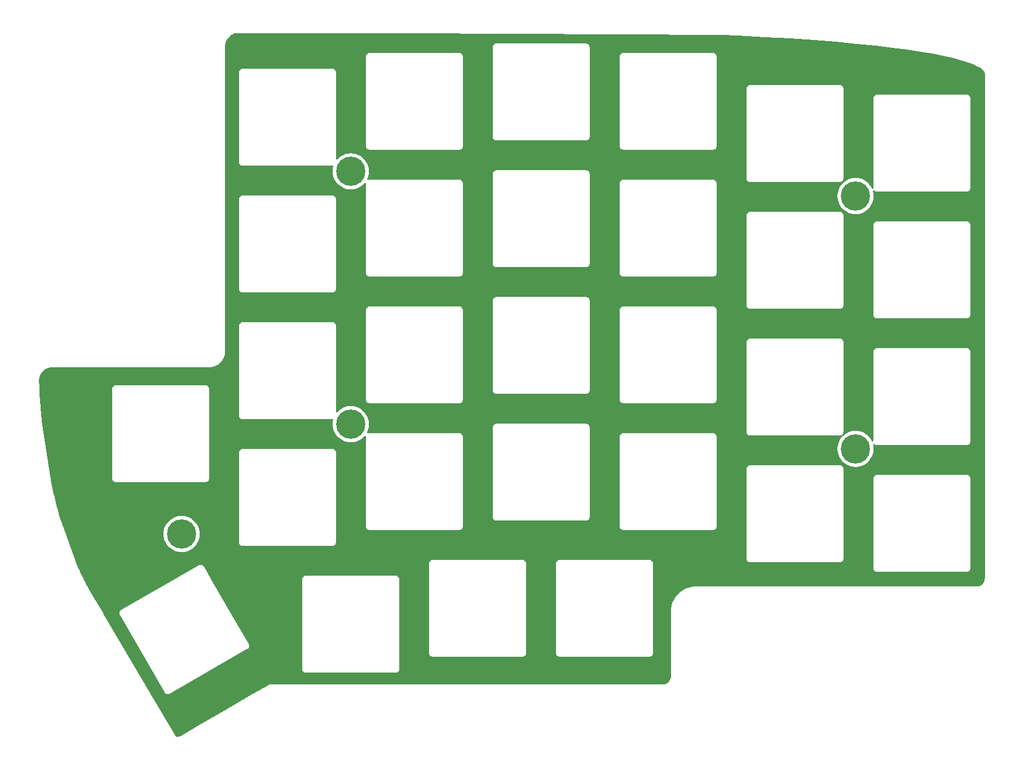
<source format=gbl>
G04 #@! TF.GenerationSoftware,KiCad,Pcbnew,9.0.1*
G04 #@! TF.CreationDate,2025-05-10T22:11:09+12:00*
G04 #@! TF.ProjectId,Plate,506c6174-652e-46b6-9963-61645f706362,v1.0.0*
G04 #@! TF.SameCoordinates,Original*
G04 #@! TF.FileFunction,Copper,L2,Bot*
G04 #@! TF.FilePolarity,Positive*
%FSLAX46Y46*%
G04 Gerber Fmt 4.6, Leading zero omitted, Abs format (unit mm)*
G04 Created by KiCad (PCBNEW 9.0.1) date 2025-05-10 22:11:09*
%MOMM*%
%LPD*%
G01*
G04 APERTURE LIST*
G04 #@! TA.AperFunction,ComponentPad*
%ADD10C,4.400000*%
G04 #@! TD*
G04 APERTURE END LIST*
D10*
X203400000Y-109200000D03*
X127600000Y-105500000D03*
X203400000Y-71200000D03*
X127600000Y-67500000D03*
X102200000Y-122000000D03*
G04 #@! TA.AperFunction,NonConductor*
G36*
X136034422Y-46693271D02*
G01*
X136254332Y-46694803D01*
X183284147Y-47022537D01*
X183287816Y-47022617D01*
X185695723Y-47111792D01*
X185696601Y-47111829D01*
X189735939Y-47300195D01*
X189736947Y-47300247D01*
X193563530Y-47517147D01*
X193564760Y-47517223D01*
X197157317Y-47758993D01*
X197158402Y-47759072D01*
X200499627Y-48021739D01*
X200500962Y-48021851D01*
X203578941Y-48301313D01*
X203580392Y-48301454D01*
X206388447Y-48593584D01*
X206390099Y-48593767D01*
X208926737Y-48894538D01*
X208928485Y-48894760D01*
X211196653Y-49200276D01*
X211198824Y-49200588D01*
X213206394Y-49507306D01*
X213208757Y-49507692D01*
X214966765Y-49812325D01*
X214969497Y-49812831D01*
X216492107Y-50112467D01*
X216495216Y-50113122D01*
X217798480Y-50405157D01*
X217802120Y-50406030D01*
X218718042Y-50640664D01*
X218903643Y-50688210D01*
X218907966Y-50689400D01*
X219826029Y-50959729D01*
X219831092Y-50961337D01*
X220584259Y-51218078D01*
X220590223Y-51220280D01*
X220605912Y-51226528D01*
X221196840Y-51461864D01*
X221203856Y-51464910D01*
X221681545Y-51689800D01*
X221689843Y-51694090D01*
X222042932Y-51893649D01*
X222055365Y-51900676D01*
X222065122Y-51906795D01*
X222307192Y-52074500D01*
X222334345Y-52093311D01*
X222345550Y-52102049D01*
X222533548Y-52266506D01*
X222545884Y-52278911D01*
X222667412Y-52419407D01*
X222679922Y-52436616D01*
X222749977Y-52552418D01*
X222760791Y-52575155D01*
X222794412Y-52669045D01*
X222800911Y-52696685D01*
X222813183Y-52800167D01*
X222814060Y-52815005D01*
X222814060Y-128630637D01*
X222813656Y-128640724D01*
X222797814Y-128837978D01*
X222794548Y-128858081D01*
X222751306Y-129033298D01*
X222744812Y-129052686D01*
X222673740Y-129218741D01*
X222664197Y-129236822D01*
X222566482Y-129390334D01*
X222554140Y-129406635D01*
X222426841Y-129549083D01*
X222415920Y-129559896D01*
X222352451Y-129615501D01*
X222344445Y-129621958D01*
X222270363Y-129676862D01*
X222261835Y-129682657D01*
X222183848Y-129731111D01*
X222174833Y-129736211D01*
X222092721Y-129778306D01*
X222083300Y-129782655D01*
X221998761Y-129817538D01*
X221988981Y-129821108D01*
X221900924Y-129849188D01*
X221890881Y-129851939D01*
X221801636Y-129872461D01*
X221791411Y-129874372D01*
X221701039Y-129887425D01*
X221689436Y-129888556D01*
X221570518Y-129894612D01*
X221561378Y-129895078D01*
X221554972Y-129895241D01*
X179468920Y-129895241D01*
X179464407Y-129893565D01*
X179419265Y-129895241D01*
X179374077Y-129895241D01*
X179373554Y-129895345D01*
X179353666Y-129897675D01*
X179212206Y-129902927D01*
X179191590Y-129903692D01*
X179183639Y-129901308D01*
X179142101Y-129905529D01*
X179138037Y-129905680D01*
X179138035Y-129905681D01*
X179100307Y-129907082D01*
X179088629Y-129909859D01*
X179072225Y-129912630D01*
X179006716Y-129919288D01*
X178988778Y-129919827D01*
X178981479Y-129919525D01*
X178942238Y-129925657D01*
X178942239Y-129925658D01*
X178938883Y-129926182D01*
X178896030Y-129930538D01*
X178889901Y-129933837D01*
X178871571Y-129936702D01*
X178807571Y-129946704D01*
X178789705Y-129948205D01*
X178782361Y-129948297D01*
X178743535Y-129956527D01*
X178736870Y-129957753D01*
X178697657Y-129963882D01*
X178690757Y-129966412D01*
X178673524Y-129971369D01*
X178609396Y-129984963D01*
X178591649Y-129987423D01*
X178584286Y-129987913D01*
X178545999Y-129998216D01*
X178539391Y-129999805D01*
X178500557Y-130008037D01*
X178493762Y-130010952D01*
X178476840Y-130016824D01*
X178414918Y-130033486D01*
X178397325Y-130036900D01*
X178389990Y-130037788D01*
X178389986Y-130037789D01*
X178352267Y-130050155D01*
X178345775Y-130052091D01*
X178307474Y-130062397D01*
X178300846Y-130065674D01*
X178284264Y-130072450D01*
X178222407Y-130092731D01*
X178205018Y-130097090D01*
X178197755Y-130098369D01*
X178160773Y-130112745D01*
X178154383Y-130115033D01*
X178116684Y-130127394D01*
X178110257Y-130131016D01*
X178094057Y-130138681D01*
X178034339Y-130161895D01*
X178017216Y-130167184D01*
X178010052Y-130168849D01*
X177973889Y-130185200D01*
X177967636Y-130187827D01*
X177930648Y-130202206D01*
X177924438Y-130206162D01*
X177908671Y-130214690D01*
X177849451Y-130241467D01*
X177832626Y-130247674D01*
X177825584Y-130249715D01*
X177790341Y-130267995D01*
X177784244Y-130270952D01*
X177748073Y-130287307D01*
X177742105Y-130291577D01*
X177726819Y-130300942D01*
X177669760Y-130330538D01*
X177653277Y-130337647D01*
X177646403Y-130340046D01*
X177612181Y-130360198D01*
X177606266Y-130363471D01*
X177571003Y-130381762D01*
X177565309Y-130386318D01*
X177550535Y-130396500D01*
X177494515Y-130429489D01*
X177478432Y-130437475D01*
X177471717Y-130440231D01*
X177438601Y-130462205D01*
X177432876Y-130465787D01*
X177398654Y-130485940D01*
X177393241Y-130490770D01*
X177379023Y-130501740D01*
X177325223Y-130537439D01*
X177309570Y-130546286D01*
X177303069Y-130549370D01*
X177271175Y-130573085D01*
X177265661Y-130576960D01*
X177232533Y-130598942D01*
X177227425Y-130604018D01*
X177213801Y-130615746D01*
X177161671Y-130654507D01*
X177146506Y-130664183D01*
X177140210Y-130667593D01*
X177109602Y-130692999D01*
X177104314Y-130697155D01*
X177072411Y-130720877D01*
X177067599Y-130726199D01*
X177054622Y-130738637D01*
X177003227Y-130781299D01*
X176988209Y-130790232D01*
X176988746Y-130791058D01*
X176978340Y-130797823D01*
X176953453Y-130822090D01*
X176953454Y-130822091D01*
X176949841Y-130825614D01*
X176919224Y-130851030D01*
X176914400Y-130860175D01*
X176900183Y-130874040D01*
X176713140Y-131056439D01*
X176697131Y-131068107D01*
X176687999Y-131075537D01*
X176669026Y-131098459D01*
X176664741Y-131103635D01*
X176638637Y-131129093D01*
X176633221Y-131141716D01*
X176621648Y-131155699D01*
X176621646Y-131155703D01*
X176452341Y-131360249D01*
X176437704Y-131373516D01*
X176429381Y-131381908D01*
X176412944Y-131406728D01*
X176404962Y-131417490D01*
X176385982Y-131440422D01*
X176380367Y-131450822D01*
X176371918Y-131468682D01*
X176225972Y-131689076D01*
X176225971Y-131689078D01*
X176215948Y-131704212D01*
X176205439Y-131713060D01*
X176188659Y-131745418D01*
X176184946Y-131751026D01*
X176184944Y-131751031D01*
X176168515Y-131775842D01*
X176164048Y-131786752D01*
X176157535Y-131805443D01*
X176036425Y-132039013D01*
X176028073Y-132055119D01*
X176018556Y-132065047D01*
X176005315Y-132099009D01*
X176002217Y-132104986D01*
X175988533Y-132131377D01*
X175985267Y-132142650D01*
X175980766Y-132161985D01*
X175885543Y-132406258D01*
X175878953Y-132423161D01*
X175870546Y-132434047D01*
X175860997Y-132469226D01*
X175858554Y-132475494D01*
X175847757Y-132503191D01*
X175845711Y-132514737D01*
X175843294Y-132534451D01*
X175774676Y-132787268D01*
X175769922Y-132804786D01*
X175762730Y-132816485D01*
X175756970Y-132852502D01*
X175755211Y-132858987D01*
X175755210Y-132858988D01*
X175747416Y-132887705D01*
X175746602Y-132899528D01*
X175746298Y-132919256D01*
X175704796Y-133178834D01*
X175701926Y-133196789D01*
X175696041Y-133209123D01*
X175694120Y-133245611D01*
X175693065Y-133252213D01*
X175693065Y-133252216D01*
X175688350Y-133281702D01*
X175688812Y-133293903D01*
X175690565Y-133313156D01*
X175679302Y-133527140D01*
X175676014Y-133589619D01*
X175673408Y-133595913D01*
X175673408Y-133639144D01*
X175673234Y-133642451D01*
X175673234Y-133642453D01*
X175671135Y-133682336D01*
X175672108Y-133689058D01*
X175673408Y-133707109D01*
X175673408Y-143352560D01*
X175673004Y-143362647D01*
X175657162Y-143559901D01*
X175653896Y-143580004D01*
X175610654Y-143755221D01*
X175604160Y-143774609D01*
X175533088Y-143940664D01*
X175523545Y-143958745D01*
X175425830Y-144112257D01*
X175413488Y-144128558D01*
X175286189Y-144271006D01*
X175275268Y-144281819D01*
X175211799Y-144337424D01*
X175203793Y-144343881D01*
X175129711Y-144398785D01*
X175121183Y-144404580D01*
X175043196Y-144453034D01*
X175034182Y-144458133D01*
X174952066Y-144500231D01*
X174942662Y-144504572D01*
X174858110Y-144539460D01*
X174848337Y-144543028D01*
X174760270Y-144571112D01*
X174750226Y-144573863D01*
X174660985Y-144594384D01*
X174650760Y-144596295D01*
X174560388Y-144609348D01*
X174548785Y-144610479D01*
X174429722Y-144616542D01*
X174420726Y-144617001D01*
X174414320Y-144617164D01*
X115503500Y-144617164D01*
X115483273Y-144611770D01*
X115442678Y-144617164D01*
X115417906Y-144617164D01*
X115417904Y-144617164D01*
X115410479Y-144618641D01*
X115389841Y-144624184D01*
X115384488Y-144624895D01*
X115384485Y-144624896D01*
X115354598Y-144642198D01*
X115347385Y-144646373D01*
X115325837Y-144655300D01*
X115317407Y-144663728D01*
X115303122Y-144671999D01*
X115303117Y-144672004D01*
X112869677Y-146080838D01*
X108111657Y-148835481D01*
X108111656Y-148835481D01*
X104566786Y-150887774D01*
X101988698Y-152380351D01*
X101975792Y-152386409D01*
X101934476Y-152411699D01*
X101931830Y-152413275D01*
X101889885Y-152437560D01*
X101878407Y-152446020D01*
X101834413Y-152472951D01*
X101816171Y-152482173D01*
X101785192Y-152494795D01*
X101770991Y-152499618D01*
X101765882Y-152501020D01*
X101731061Y-152510573D01*
X101716620Y-152513639D01*
X101674646Y-152520004D01*
X101660042Y-152521355D01*
X101628553Y-152522427D01*
X101606761Y-152521278D01*
X101515316Y-152508449D01*
X101486938Y-152501020D01*
X101417659Y-152473932D01*
X101391197Y-152459744D01*
X101335932Y-152420988D01*
X101313161Y-152400465D01*
X101262723Y-152342411D01*
X101249209Y-152323613D01*
X97580424Y-146080839D01*
X93909630Y-139834646D01*
X93909630Y-139834645D01*
X90545336Y-134109992D01*
X90441879Y-133933950D01*
X90402981Y-133867762D01*
X92859897Y-133867762D01*
X92869160Y-133991450D01*
X92869161Y-133991458D01*
X92905714Y-134109992D01*
X92905715Y-134109995D01*
X92905954Y-134110408D01*
X92911817Y-134120564D01*
X92911819Y-134120577D01*
X92936721Y-134163708D01*
X92936726Y-134163716D01*
X92936726Y-134163718D01*
X92936728Y-134163720D01*
X92964663Y-134212117D01*
X92964700Y-134212169D01*
X99636464Y-145768006D01*
X99636467Y-145768012D01*
X99639649Y-145773524D01*
X99639650Y-145773525D01*
X99654635Y-145799478D01*
X99654636Y-145799482D01*
X99654637Y-145799482D01*
X99661735Y-145811776D01*
X99661736Y-145811777D01*
X99692643Y-145865311D01*
X99692768Y-145865480D01*
X99777139Y-145956408D01*
X99777140Y-145956409D01*
X99879630Y-146026287D01*
X99879631Y-146026287D01*
X99879632Y-146026288D01*
X99879635Y-146026289D01*
X99995099Y-146071608D01*
X100117757Y-146090102D01*
X100117760Y-146090101D01*
X100117762Y-146090102D01*
X100173983Y-146085891D01*
X100241456Y-146080839D01*
X100359993Y-146044285D01*
X100370564Y-146038182D01*
X100370577Y-146038181D01*
X100415839Y-146012047D01*
X100415842Y-146012047D01*
X100415842Y-146012046D01*
X100451963Y-145991198D01*
X100451963Y-145991196D01*
X100463379Y-145984608D01*
X100463431Y-145984570D01*
X112023522Y-139310350D01*
X112023525Y-139310350D01*
X112050567Y-139294735D01*
X112104923Y-139263354D01*
X112104923Y-139263353D01*
X112115307Y-139257359D01*
X112115473Y-139257236D01*
X112115473Y-139257235D01*
X112115478Y-139257233D01*
X112206409Y-139172860D01*
X112276287Y-139070370D01*
X112321608Y-138954901D01*
X112340102Y-138832243D01*
X112336695Y-138786751D01*
X112330839Y-138708549D01*
X112330839Y-138708544D01*
X112294285Y-138590007D01*
X112288182Y-138579435D01*
X112288181Y-138579423D01*
X112262062Y-138534184D01*
X112241198Y-138498037D01*
X112241196Y-138498035D01*
X112235511Y-138488186D01*
X112235472Y-138488130D01*
X109760857Y-134201971D01*
X106620651Y-128762974D01*
X120324500Y-128762974D01*
X120324500Y-128775172D01*
X120324500Y-142230830D01*
X120324500Y-142275000D01*
X120324500Y-142337026D01*
X120352105Y-142457969D01*
X120405929Y-142569737D01*
X120483275Y-142666725D01*
X120580263Y-142744071D01*
X120692031Y-142797895D01*
X120812974Y-142825500D01*
X120812977Y-142825500D01*
X134387023Y-142825500D01*
X134387026Y-142825500D01*
X134507969Y-142797895D01*
X134619737Y-142744071D01*
X134716725Y-142666725D01*
X134794071Y-142569737D01*
X134847895Y-142457969D01*
X134875500Y-142337026D01*
X134875500Y-142275000D01*
X134875500Y-142230830D01*
X134875500Y-128775172D01*
X134875500Y-128762974D01*
X134847895Y-128642031D01*
X134794071Y-128530263D01*
X134716725Y-128433275D01*
X134619737Y-128355929D01*
X134507969Y-128302105D01*
X134387026Y-128274500D01*
X134374828Y-128274500D01*
X120919170Y-128274500D01*
X120875000Y-128274500D01*
X120812974Y-128274500D01*
X120692031Y-128302105D01*
X120692026Y-128302107D01*
X120580265Y-128355928D01*
X120580263Y-128355929D01*
X120483275Y-128433275D01*
X120405929Y-128530263D01*
X120405928Y-128530264D01*
X120405928Y-128530265D01*
X120364581Y-128616125D01*
X120352105Y-128642031D01*
X120324500Y-128762974D01*
X106620651Y-128762974D01*
X105560350Y-126926479D01*
X105560350Y-126926475D01*
X105538264Y-126888223D01*
X105538263Y-126888223D01*
X105513353Y-126845077D01*
X105513352Y-126845076D01*
X105507363Y-126834702D01*
X105507271Y-126834573D01*
X105507231Y-126834519D01*
X105422860Y-126743591D01*
X105320367Y-126673711D01*
X105320364Y-126673710D01*
X105204904Y-126628393D01*
X105204898Y-126628391D01*
X105082243Y-126609898D01*
X105082237Y-126609897D01*
X104958549Y-126619160D01*
X104958542Y-126619161D01*
X104840008Y-126655714D01*
X104840006Y-126655715D01*
X104839556Y-126655974D01*
X104839234Y-126656160D01*
X104829432Y-126661817D01*
X104829423Y-126661819D01*
X104796950Y-126680566D01*
X104786061Y-126686852D01*
X104784192Y-126687932D01*
X104784183Y-126687937D01*
X104739484Y-126713737D01*
X104739422Y-126713780D01*
X93184118Y-133385237D01*
X93184119Y-133385238D01*
X93176479Y-133389649D01*
X93176475Y-133389650D01*
X93138223Y-133411736D01*
X93095077Y-133436647D01*
X93095044Y-133436687D01*
X93084820Y-133442593D01*
X93084821Y-133442593D01*
X93084527Y-133442762D01*
X93084524Y-133442764D01*
X92993591Y-133527139D01*
X92923711Y-133629632D01*
X92923710Y-133629635D01*
X92878393Y-133745095D01*
X92878391Y-133745101D01*
X92859898Y-133867756D01*
X92859897Y-133867762D01*
X90402981Y-133867762D01*
X88942083Y-131381910D01*
X87822634Y-129477066D01*
X87818964Y-129470362D01*
X87767335Y-129368871D01*
X87675995Y-129189316D01*
X87675413Y-129188156D01*
X87570651Y-128976681D01*
X87363262Y-128558038D01*
X87362476Y-128556423D01*
X87059114Y-127921250D01*
X87058353Y-127919628D01*
X86757852Y-127266732D01*
X86757123Y-127265117D01*
X86702854Y-127142704D01*
X86465222Y-126606689D01*
X86464547Y-126605136D01*
X86387667Y-126425000D01*
X86372053Y-126388414D01*
X86369399Y-126381663D01*
X86362671Y-126362974D01*
X139374500Y-126362974D01*
X139374500Y-126375172D01*
X139374500Y-139830830D01*
X139374500Y-139875000D01*
X139374500Y-139937026D01*
X139402105Y-140057969D01*
X139455929Y-140169737D01*
X139533275Y-140266725D01*
X139630263Y-140344071D01*
X139742031Y-140397895D01*
X139862974Y-140425500D01*
X139862977Y-140425500D01*
X153437023Y-140425500D01*
X153437026Y-140425500D01*
X153557969Y-140397895D01*
X153669737Y-140344071D01*
X153766725Y-140266725D01*
X153844071Y-140169737D01*
X153897895Y-140057969D01*
X153925500Y-139937026D01*
X153925500Y-139875000D01*
X153925500Y-139830830D01*
X153925500Y-126375172D01*
X153925500Y-126362974D01*
X158424500Y-126362974D01*
X158424500Y-126375172D01*
X158424500Y-139830830D01*
X158424500Y-139875000D01*
X158424500Y-139937026D01*
X158452105Y-140057969D01*
X158505929Y-140169737D01*
X158583275Y-140266725D01*
X158680263Y-140344071D01*
X158792031Y-140397895D01*
X158912974Y-140425500D01*
X158912977Y-140425500D01*
X172487023Y-140425500D01*
X172487026Y-140425500D01*
X172607969Y-140397895D01*
X172719737Y-140344071D01*
X172816725Y-140266725D01*
X172894071Y-140169737D01*
X172947895Y-140057969D01*
X172975500Y-139937026D01*
X172975500Y-139875000D01*
X172975500Y-139830830D01*
X172975500Y-126375172D01*
X172975500Y-126362974D01*
X172947895Y-126242031D01*
X172894071Y-126130263D01*
X172816725Y-126033275D01*
X172719737Y-125955929D01*
X172607969Y-125902105D01*
X172487026Y-125874500D01*
X172474828Y-125874500D01*
X159019170Y-125874500D01*
X158975000Y-125874500D01*
X158912974Y-125874500D01*
X158792031Y-125902105D01*
X158792026Y-125902107D01*
X158680265Y-125955928D01*
X158680263Y-125955929D01*
X158583275Y-126033275D01*
X158505929Y-126130263D01*
X158505928Y-126130264D01*
X158505928Y-126130265D01*
X158460066Y-126225500D01*
X158452105Y-126242031D01*
X158424500Y-126362974D01*
X153925500Y-126362974D01*
X153897895Y-126242031D01*
X153844071Y-126130263D01*
X153766725Y-126033275D01*
X153669737Y-125955929D01*
X153557969Y-125902105D01*
X153437026Y-125874500D01*
X153424828Y-125874500D01*
X139969170Y-125874500D01*
X139925000Y-125874500D01*
X139862974Y-125874500D01*
X139742031Y-125902105D01*
X139742026Y-125902107D01*
X139630265Y-125955928D01*
X139630263Y-125955929D01*
X139533275Y-126033275D01*
X139455929Y-126130263D01*
X139455928Y-126130264D01*
X139455928Y-126130265D01*
X139410066Y-126225500D01*
X139402105Y-126242031D01*
X139374500Y-126362974D01*
X86362671Y-126362974D01*
X84737241Y-121847892D01*
X99491500Y-121847892D01*
X99491500Y-122152107D01*
X99525561Y-122454410D01*
X99554628Y-122581757D01*
X99593254Y-122750991D01*
X99593256Y-122750997D01*
X99593255Y-122750997D01*
X99693722Y-123038113D01*
X99693733Y-123038140D01*
X99825719Y-123312212D01*
X99825724Y-123312221D01*
X99987575Y-123569804D01*
X99987578Y-123569808D01*
X100177241Y-123807640D01*
X100392359Y-124022758D01*
X100630191Y-124212421D01*
X100630199Y-124212427D01*
X100887783Y-124374278D01*
X101161869Y-124506271D01*
X101161885Y-124506276D01*
X101161886Y-124506277D01*
X101449002Y-124606744D01*
X101449005Y-124606744D01*
X101449009Y-124606746D01*
X101668534Y-124656850D01*
X101745589Y-124674438D01*
X101745590Y-124674438D01*
X101745594Y-124674439D01*
X101944984Y-124696904D01*
X102047892Y-124708500D01*
X102047894Y-124708500D01*
X102352108Y-124708500D01*
X102440047Y-124698591D01*
X102654406Y-124674439D01*
X102950991Y-124606746D01*
X103238131Y-124506271D01*
X103512217Y-124374278D01*
X103769801Y-124212427D01*
X103850717Y-124147898D01*
X104007640Y-124022758D01*
X104222758Y-123807640D01*
X104412421Y-123569808D01*
X104412427Y-123569801D01*
X104574278Y-123312217D01*
X104706271Y-123038131D01*
X104806746Y-122750991D01*
X104874439Y-122454406D01*
X104908500Y-122152106D01*
X104908500Y-121847894D01*
X104874439Y-121545594D01*
X104806746Y-121249009D01*
X104795449Y-121216725D01*
X104706277Y-120961886D01*
X104706276Y-120961885D01*
X104706271Y-120961869D01*
X104574278Y-120687783D01*
X104412427Y-120430199D01*
X104412421Y-120430191D01*
X104222758Y-120192359D01*
X104007640Y-119977241D01*
X103769808Y-119787578D01*
X103769804Y-119787575D01*
X103512221Y-119625724D01*
X103512212Y-119625719D01*
X103238140Y-119493733D01*
X103238135Y-119493731D01*
X103238131Y-119493729D01*
X103238125Y-119493726D01*
X103238113Y-119493722D01*
X102950997Y-119393255D01*
X102654410Y-119325561D01*
X102352108Y-119291500D01*
X102352106Y-119291500D01*
X102047894Y-119291500D01*
X102047892Y-119291500D01*
X101745589Y-119325561D01*
X101449002Y-119393255D01*
X101161886Y-119493722D01*
X101161859Y-119493733D01*
X100887787Y-119625719D01*
X100887778Y-119625724D01*
X100630195Y-119787575D01*
X100630191Y-119787578D01*
X100392359Y-119977241D01*
X100177241Y-120192359D01*
X99987578Y-120430191D01*
X99987575Y-120430195D01*
X99825724Y-120687778D01*
X99825719Y-120687787D01*
X99693733Y-120961859D01*
X99693722Y-120961886D01*
X99593255Y-121249002D01*
X99525561Y-121545589D01*
X99491500Y-121847892D01*
X84737241Y-121847892D01*
X84055486Y-119954127D01*
X84053134Y-119946917D01*
X83865021Y-119305544D01*
X83864602Y-119304079D01*
X83861081Y-119291500D01*
X83640114Y-118502132D01*
X83639771Y-118500879D01*
X83424809Y-117695210D01*
X83424434Y-117693769D01*
X83214280Y-116866186D01*
X83213937Y-116864800D01*
X83052330Y-116195048D01*
X83013447Y-116033903D01*
X83013110Y-116032466D01*
X82817800Y-115179113D01*
X82817546Y-115177973D01*
X82642190Y-114368634D01*
X82640852Y-114361449D01*
X81279289Y-105647448D01*
X81278469Y-105641150D01*
X81213043Y-105015200D01*
X81212915Y-105013911D01*
X81199315Y-104869432D01*
X81118735Y-104013419D01*
X81118647Y-104012434D01*
X81034936Y-103014242D01*
X81034837Y-103012976D01*
X81026013Y-102893254D01*
X80959538Y-101991350D01*
X80959471Y-101990378D01*
X80894666Y-100972297D01*
X80894596Y-100971099D01*
X80892147Y-100925500D01*
X80848516Y-100112974D01*
X91774500Y-100112974D01*
X91774500Y-100125172D01*
X91774500Y-113580830D01*
X91774500Y-113625000D01*
X91774500Y-113687026D01*
X91802105Y-113807969D01*
X91855929Y-113919737D01*
X91933275Y-114016725D01*
X92030263Y-114094071D01*
X92142031Y-114147895D01*
X92262974Y-114175500D01*
X92262977Y-114175500D01*
X105837023Y-114175500D01*
X105837026Y-114175500D01*
X105957969Y-114147895D01*
X106069737Y-114094071D01*
X106166725Y-114016725D01*
X106244071Y-113919737D01*
X106297895Y-113807969D01*
X106325500Y-113687026D01*
X106325500Y-113625000D01*
X106325500Y-113580830D01*
X106325500Y-109712974D01*
X110824500Y-109712974D01*
X110824500Y-109725172D01*
X110824500Y-123180830D01*
X110824500Y-123225000D01*
X110824500Y-123287026D01*
X110852105Y-123407969D01*
X110905929Y-123519737D01*
X110983275Y-123616725D01*
X111080263Y-123694071D01*
X111192031Y-123747895D01*
X111312974Y-123775500D01*
X111312977Y-123775500D01*
X124887023Y-123775500D01*
X124887026Y-123775500D01*
X125007969Y-123747895D01*
X125119737Y-123694071D01*
X125216725Y-123616725D01*
X125294071Y-123519737D01*
X125347895Y-123407969D01*
X125375500Y-123287026D01*
X125375500Y-123225000D01*
X125375500Y-123180830D01*
X125375500Y-109725172D01*
X125375500Y-109712974D01*
X125347895Y-109592031D01*
X125294071Y-109480263D01*
X125216725Y-109383275D01*
X125119737Y-109305929D01*
X125007969Y-109252105D01*
X124887026Y-109224500D01*
X124874828Y-109224500D01*
X111419170Y-109224500D01*
X111375000Y-109224500D01*
X111312974Y-109224500D01*
X111192031Y-109252105D01*
X111192026Y-109252107D01*
X111080265Y-109305928D01*
X111080263Y-109305929D01*
X110983275Y-109383275D01*
X110905929Y-109480263D01*
X110852105Y-109592031D01*
X110824500Y-109712974D01*
X106325500Y-109712974D01*
X106325500Y-100125172D01*
X106325500Y-100112974D01*
X106297895Y-99992031D01*
X106244071Y-99880263D01*
X106166725Y-99783275D01*
X106069737Y-99705929D01*
X105957969Y-99652105D01*
X105837026Y-99624500D01*
X105824828Y-99624500D01*
X92369170Y-99624500D01*
X92325000Y-99624500D01*
X92262974Y-99624500D01*
X92142031Y-99652105D01*
X92142026Y-99652107D01*
X92030265Y-99705928D01*
X92030263Y-99705929D01*
X91933275Y-99783275D01*
X91855929Y-99880263D01*
X91855928Y-99880264D01*
X91855928Y-99880265D01*
X91831734Y-99930506D01*
X91802105Y-99992031D01*
X91774500Y-100112974D01*
X80848516Y-100112974D01*
X80838716Y-99930468D01*
X80838658Y-99929268D01*
X80793910Y-98908429D01*
X80793910Y-98897429D01*
X80801474Y-98724715D01*
X80802280Y-98714978D01*
X80817400Y-98590988D01*
X80818702Y-98582644D01*
X80842080Y-98460017D01*
X80843939Y-98451788D01*
X80875496Y-98331123D01*
X80877929Y-98322963D01*
X80886460Y-98297521D01*
X80917074Y-98206219D01*
X80920059Y-98198228D01*
X80967099Y-98084262D01*
X80970625Y-98076481D01*
X81024836Y-97966923D01*
X81028881Y-97959405D01*
X81090493Y-97853660D01*
X81095061Y-97846402D01*
X81146828Y-97770028D01*
X81163379Y-97745609D01*
X81168396Y-97738723D01*
X81243418Y-97642800D01*
X81248898Y-97636263D01*
X81325836Y-97550596D01*
X81334870Y-97541514D01*
X81519085Y-97374282D01*
X81532473Y-97363692D01*
X81731973Y-97226791D01*
X81746634Y-97218126D01*
X81962947Y-97109313D01*
X81978563Y-97102735D01*
X82208700Y-97023578D01*
X82224936Y-97019184D01*
X82466459Y-96970870D01*
X82482943Y-96968692D01*
X82749168Y-96951320D01*
X82757370Y-96951054D01*
X106246202Y-96951151D01*
X106254324Y-96953901D01*
X106295754Y-96951151D01*
X106337284Y-96951152D01*
X106337287Y-96951150D01*
X106349461Y-96948730D01*
X106349772Y-96950297D01*
X106365909Y-96946496D01*
X106566575Y-96933181D01*
X106583460Y-96936477D01*
X106615862Y-96929910D01*
X106648850Y-96927722D01*
X106649251Y-96927523D01*
X106649557Y-96927373D01*
X106680356Y-96916841D01*
X106888004Y-96874764D01*
X106905254Y-96875774D01*
X106936410Y-96864955D01*
X106968739Y-96858404D01*
X106969491Y-96857897D01*
X106998535Y-96843381D01*
X107198485Y-96773950D01*
X107215726Y-96772640D01*
X107245142Y-96757749D01*
X107276292Y-96746933D01*
X107276980Y-96746320D01*
X107303810Y-96728051D01*
X107493445Y-96632059D01*
X107510343Y-96628455D01*
X107537512Y-96609753D01*
X107566944Y-96594855D01*
X107567537Y-96594164D01*
X107591681Y-96572466D01*
X107767873Y-96451185D01*
X107784137Y-96445352D01*
X107808563Y-96423177D01*
X107835732Y-96404476D01*
X107836223Y-96403718D01*
X107857251Y-96378977D01*
X108013390Y-96237231D01*
X108025129Y-96231630D01*
X108050008Y-96203989D01*
X108077546Y-96178990D01*
X108077547Y-96178987D01*
X108084931Y-96169015D01*
X108085025Y-96169084D01*
X108095484Y-96153464D01*
X108116595Y-96130010D01*
X108129602Y-96119613D01*
X108128603Y-96118448D01*
X108138024Y-96110367D01*
X108138024Y-96110366D01*
X108138027Y-96110365D01*
X108163579Y-96077812D01*
X108191270Y-96047048D01*
X108194178Y-96038829D01*
X108222567Y-96002662D01*
X108234850Y-95991409D01*
X108233777Y-95990317D01*
X108242627Y-95981623D01*
X108242631Y-95981621D01*
X108263543Y-95950921D01*
X108268537Y-95944097D01*
X108291470Y-95914884D01*
X108291471Y-95914879D01*
X108297080Y-95903815D01*
X108298137Y-95904350D01*
X108305462Y-95889388D01*
X108319612Y-95868617D01*
X108331111Y-95856534D01*
X108329984Y-95855532D01*
X108338225Y-95846261D01*
X108338228Y-95846259D01*
X108359140Y-95810592D01*
X108382419Y-95776422D01*
X108384204Y-95767846D01*
X108407632Y-95727891D01*
X108418288Y-95715058D01*
X108417099Y-95714137D01*
X108424690Y-95704330D01*
X108424698Y-95704324D01*
X108441239Y-95671145D01*
X108445289Y-95663668D01*
X108464044Y-95631683D01*
X108464044Y-95631679D01*
X108468113Y-95619955D01*
X108469221Y-95620339D01*
X108474462Y-95604507D01*
X108476317Y-95600784D01*
X108485629Y-95582106D01*
X108495412Y-95568570D01*
X108494159Y-95567730D01*
X108501072Y-95557423D01*
X108501076Y-95557420D01*
X108516952Y-95519282D01*
X108535381Y-95482320D01*
X108535994Y-95473542D01*
X108553877Y-95430584D01*
X108562710Y-95416419D01*
X108561411Y-95415671D01*
X108567608Y-95404915D01*
X108579472Y-95369864D01*
X108580847Y-95365802D01*
X108596720Y-95327675D01*
X108596735Y-95318863D01*
X108611369Y-95275629D01*
X108619224Y-95260881D01*
X108617879Y-95260224D01*
X108623324Y-95249080D01*
X108623329Y-95249075D01*
X108633872Y-95209152D01*
X108647107Y-95170054D01*
X108646522Y-95161252D01*
X108658486Y-95115950D01*
X108665311Y-95100706D01*
X108663926Y-95100143D01*
X108668600Y-95088652D01*
X108668604Y-95088648D01*
X108676405Y-95048100D01*
X108686950Y-95008175D01*
X108685768Y-94999441D01*
X108694455Y-94954294D01*
X108700225Y-94938625D01*
X108698801Y-94938156D01*
X108702685Y-94926371D01*
X108702687Y-94926369D01*
X108703848Y-94916898D01*
X108707196Y-94889617D01*
X108707719Y-94885353D01*
X108715522Y-94844805D01*
X108713751Y-94836187D01*
X108719795Y-94786916D01*
X108724581Y-94770241D01*
X108723548Y-94769988D01*
X108726501Y-94757933D01*
X108726500Y-94757933D01*
X108726502Y-94757931D01*
X108728042Y-94722848D01*
X108728855Y-94713074D01*
X108733135Y-94678204D01*
X108733133Y-94678200D01*
X108732214Y-94665827D01*
X108733274Y-94665748D01*
X108731309Y-94648511D01*
X108735386Y-94555739D01*
X108737565Y-94550480D01*
X108737565Y-94506170D01*
X108737685Y-94503440D01*
X108737686Y-94503401D01*
X108738048Y-94495155D01*
X108739511Y-94461868D01*
X108739510Y-94461864D01*
X108739026Y-94458709D01*
X108737565Y-94439580D01*
X108737565Y-90662974D01*
X110824500Y-90662974D01*
X110824500Y-90675172D01*
X110824500Y-104130830D01*
X110824500Y-104175000D01*
X110824500Y-104237026D01*
X110852105Y-104357969D01*
X110905929Y-104469737D01*
X110983275Y-104566725D01*
X111080263Y-104644071D01*
X111192031Y-104697895D01*
X111312974Y-104725500D01*
X111312977Y-104725500D01*
X124840621Y-104725500D01*
X124908742Y-104745502D01*
X124955235Y-104799158D01*
X124965339Y-104869432D01*
X124963462Y-104879538D01*
X124925561Y-105045589D01*
X124891500Y-105347892D01*
X124891500Y-105652107D01*
X124925561Y-105954410D01*
X124935731Y-105998966D01*
X124993254Y-106250991D01*
X124993256Y-106250997D01*
X124993255Y-106250997D01*
X125093722Y-106538113D01*
X125093733Y-106538140D01*
X125225719Y-106812212D01*
X125225724Y-106812221D01*
X125387575Y-107069804D01*
X125387578Y-107069808D01*
X125577241Y-107307640D01*
X125792359Y-107522758D01*
X126030191Y-107712421D01*
X126030199Y-107712427D01*
X126287783Y-107874278D01*
X126561869Y-108006271D01*
X126561885Y-108006276D01*
X126561886Y-108006277D01*
X126849002Y-108106744D01*
X126849005Y-108106744D01*
X126849009Y-108106746D01*
X126981676Y-108137026D01*
X127145589Y-108174438D01*
X127145590Y-108174438D01*
X127145594Y-108174439D01*
X127344984Y-108196904D01*
X127447892Y-108208500D01*
X127447894Y-108208500D01*
X127752108Y-108208500D01*
X127840047Y-108198591D01*
X128054406Y-108174439D01*
X128350991Y-108106746D01*
X128370985Y-108099750D01*
X128422776Y-108081627D01*
X128638131Y-108006271D01*
X128912217Y-107874278D01*
X129169801Y-107712427D01*
X129272922Y-107630191D01*
X129407640Y-107522758D01*
X129622751Y-107307647D01*
X129622757Y-107307640D01*
X129649989Y-107273493D01*
X129708099Y-107232705D01*
X129779037Y-107229808D01*
X129840279Y-107265723D01*
X129872382Y-107329047D01*
X129874500Y-107352052D01*
X129874500Y-120780830D01*
X129874500Y-120825000D01*
X129874500Y-120887026D01*
X129902105Y-121007969D01*
X129955929Y-121119737D01*
X130033275Y-121216725D01*
X130130263Y-121294071D01*
X130242031Y-121347895D01*
X130362974Y-121375500D01*
X130362977Y-121375500D01*
X143937023Y-121375500D01*
X143937026Y-121375500D01*
X144057969Y-121347895D01*
X144169737Y-121294071D01*
X144266725Y-121216725D01*
X144344071Y-121119737D01*
X144397895Y-121007969D01*
X144425500Y-120887026D01*
X144425500Y-120825000D01*
X144425500Y-120780830D01*
X144425500Y-107325172D01*
X144425500Y-107312974D01*
X144397895Y-107192031D01*
X144344071Y-107080263D01*
X144266725Y-106983275D01*
X144169737Y-106905929D01*
X144057969Y-106852105D01*
X143937026Y-106824500D01*
X143924828Y-106824500D01*
X130469170Y-106824500D01*
X130425000Y-106824500D01*
X130362974Y-106824500D01*
X130242031Y-106852105D01*
X130242029Y-106852106D01*
X130192850Y-106875789D01*
X130122797Y-106887323D01*
X130057628Y-106859153D01*
X130018035Y-106800221D01*
X130016587Y-106729240D01*
X130024657Y-106707604D01*
X130106271Y-106538131D01*
X130206746Y-106250991D01*
X130274439Y-105954406D01*
X130279107Y-105912974D01*
X148924500Y-105912974D01*
X148924500Y-105925172D01*
X148924500Y-119380830D01*
X148924500Y-119425000D01*
X148924500Y-119487026D01*
X148952105Y-119607969D01*
X149005929Y-119719737D01*
X149083275Y-119816725D01*
X149180263Y-119894071D01*
X149292031Y-119947895D01*
X149412974Y-119975500D01*
X149412977Y-119975500D01*
X162987023Y-119975500D01*
X162987026Y-119975500D01*
X163107969Y-119947895D01*
X163219737Y-119894071D01*
X163316725Y-119816725D01*
X163394071Y-119719737D01*
X163447895Y-119607969D01*
X163475500Y-119487026D01*
X163475500Y-119425000D01*
X163475500Y-119380830D01*
X163475500Y-107312974D01*
X167974500Y-107312974D01*
X167974500Y-107325172D01*
X167974500Y-120780830D01*
X167974500Y-120825000D01*
X167974500Y-120887026D01*
X168002105Y-121007969D01*
X168055929Y-121119737D01*
X168133275Y-121216725D01*
X168230263Y-121294071D01*
X168342031Y-121347895D01*
X168462974Y-121375500D01*
X168462977Y-121375500D01*
X182037023Y-121375500D01*
X182037026Y-121375500D01*
X182157969Y-121347895D01*
X182269737Y-121294071D01*
X182366725Y-121216725D01*
X182444071Y-121119737D01*
X182497895Y-121007969D01*
X182525500Y-120887026D01*
X182525500Y-120825000D01*
X182525500Y-120780830D01*
X182525500Y-112162974D01*
X187024500Y-112162974D01*
X187024500Y-112175172D01*
X187024500Y-125630830D01*
X187024500Y-125675000D01*
X187024500Y-125737026D01*
X187052105Y-125857969D01*
X187105929Y-125969737D01*
X187183275Y-126066725D01*
X187280263Y-126144071D01*
X187392031Y-126197895D01*
X187512974Y-126225500D01*
X187512977Y-126225500D01*
X201087023Y-126225500D01*
X201087026Y-126225500D01*
X201207969Y-126197895D01*
X201319737Y-126144071D01*
X201416725Y-126066725D01*
X201494071Y-125969737D01*
X201547895Y-125857969D01*
X201575500Y-125737026D01*
X201575500Y-125675000D01*
X201575500Y-125630830D01*
X201575500Y-113612974D01*
X206074500Y-113612974D01*
X206074500Y-113625172D01*
X206074500Y-127080830D01*
X206074500Y-127125000D01*
X206074500Y-127187026D01*
X206102105Y-127307969D01*
X206155929Y-127419737D01*
X206233275Y-127516725D01*
X206330263Y-127594071D01*
X206442031Y-127647895D01*
X206562974Y-127675500D01*
X206562977Y-127675500D01*
X220137023Y-127675500D01*
X220137026Y-127675500D01*
X220257969Y-127647895D01*
X220369737Y-127594071D01*
X220466725Y-127516725D01*
X220544071Y-127419737D01*
X220597895Y-127307969D01*
X220625500Y-127187026D01*
X220625500Y-127125000D01*
X220625500Y-127080830D01*
X220625500Y-113625172D01*
X220625500Y-113612974D01*
X220597895Y-113492031D01*
X220544071Y-113380263D01*
X220466725Y-113283275D01*
X220369737Y-113205929D01*
X220257969Y-113152105D01*
X220137026Y-113124500D01*
X220124828Y-113124500D01*
X206669170Y-113124500D01*
X206625000Y-113124500D01*
X206562974Y-113124500D01*
X206442031Y-113152105D01*
X206442026Y-113152107D01*
X206330265Y-113205928D01*
X206330263Y-113205929D01*
X206233275Y-113283275D01*
X206155929Y-113380263D01*
X206102105Y-113492031D01*
X206074500Y-113612974D01*
X201575500Y-113612974D01*
X201575500Y-112175172D01*
X201575500Y-112162974D01*
X201547895Y-112042031D01*
X201494071Y-111930263D01*
X201416725Y-111833275D01*
X201319737Y-111755929D01*
X201207969Y-111702105D01*
X201087026Y-111674500D01*
X201074828Y-111674500D01*
X187619170Y-111674500D01*
X187575000Y-111674500D01*
X187512974Y-111674500D01*
X187392031Y-111702105D01*
X187392026Y-111702107D01*
X187315745Y-111738842D01*
X187280263Y-111755929D01*
X187183275Y-111833275D01*
X187105929Y-111930263D01*
X187052105Y-112042031D01*
X187024500Y-112162974D01*
X182525500Y-112162974D01*
X182525500Y-109047892D01*
X200691500Y-109047892D01*
X200691500Y-109352107D01*
X200725561Y-109654410D01*
X200761982Y-109813977D01*
X200793254Y-109950991D01*
X200793256Y-109950997D01*
X200793255Y-109950997D01*
X200893722Y-110238113D01*
X200893733Y-110238140D01*
X201025719Y-110512212D01*
X201025724Y-110512221D01*
X201187575Y-110769804D01*
X201187578Y-110769808D01*
X201377241Y-111007640D01*
X201592359Y-111222758D01*
X201830191Y-111412421D01*
X201830199Y-111412427D01*
X202087783Y-111574278D01*
X202361869Y-111706271D01*
X202361885Y-111706276D01*
X202361886Y-111706277D01*
X202649002Y-111806744D01*
X202649005Y-111806744D01*
X202649009Y-111806746D01*
X202868534Y-111856850D01*
X202945589Y-111874438D01*
X202945590Y-111874438D01*
X202945594Y-111874439D01*
X203144984Y-111896904D01*
X203247892Y-111908500D01*
X203247894Y-111908500D01*
X203552108Y-111908500D01*
X203640047Y-111898591D01*
X203854406Y-111874439D01*
X204150991Y-111806746D01*
X204438131Y-111706271D01*
X204712217Y-111574278D01*
X204969801Y-111412427D01*
X205050717Y-111347898D01*
X205207640Y-111222758D01*
X205422758Y-111007640D01*
X205605641Y-110778310D01*
X205612427Y-110769801D01*
X205774278Y-110512217D01*
X205906271Y-110238131D01*
X206006746Y-109950991D01*
X206074439Y-109654406D01*
X206108500Y-109352106D01*
X206108500Y-109047894D01*
X206074439Y-108745594D01*
X206041408Y-108600875D01*
X206045750Y-108530013D01*
X206087715Y-108472746D01*
X206153978Y-108447258D01*
X206223503Y-108461641D01*
X206242807Y-108474327D01*
X206330263Y-108544071D01*
X206442031Y-108597895D01*
X206562974Y-108625500D01*
X206562977Y-108625500D01*
X220137023Y-108625500D01*
X220137026Y-108625500D01*
X220257969Y-108597895D01*
X220369737Y-108544071D01*
X220466725Y-108466725D01*
X220544071Y-108369737D01*
X220597895Y-108257969D01*
X220625500Y-108137026D01*
X220625500Y-108075000D01*
X220625500Y-108030830D01*
X220625500Y-94575172D01*
X220625500Y-94562974D01*
X220597895Y-94442031D01*
X220544071Y-94330263D01*
X220466725Y-94233275D01*
X220369737Y-94155929D01*
X220257969Y-94102105D01*
X220137026Y-94074500D01*
X220124828Y-94074500D01*
X206669170Y-94074500D01*
X206625000Y-94074500D01*
X206562974Y-94074500D01*
X206442031Y-94102105D01*
X206442026Y-94102107D01*
X206330265Y-94155928D01*
X206330263Y-94155929D01*
X206233275Y-94233275D01*
X206155929Y-94330263D01*
X206102105Y-94442031D01*
X206076152Y-94555739D01*
X206074500Y-94562976D01*
X206074500Y-107959158D01*
X206054498Y-108027279D01*
X206000842Y-108073772D01*
X205930568Y-108083876D01*
X205865988Y-108054382D01*
X205834978Y-108013827D01*
X205774280Y-107887787D01*
X205774275Y-107887778D01*
X205664092Y-107712424D01*
X205612427Y-107630199D01*
X205612421Y-107630191D01*
X205422758Y-107392359D01*
X205207640Y-107177241D01*
X204969808Y-106987578D01*
X204969804Y-106987575D01*
X204712221Y-106825724D01*
X204712212Y-106825719D01*
X204438140Y-106693733D01*
X204438135Y-106693731D01*
X204438131Y-106693729D01*
X204438125Y-106693726D01*
X204438113Y-106693722D01*
X204150997Y-106593255D01*
X203854410Y-106525561D01*
X203552108Y-106491500D01*
X203552106Y-106491500D01*
X203247894Y-106491500D01*
X203247892Y-106491500D01*
X202945589Y-106525561D01*
X202649002Y-106593255D01*
X202361886Y-106693722D01*
X202361859Y-106693733D01*
X202087787Y-106825719D01*
X202087778Y-106825724D01*
X201830195Y-106987575D01*
X201830191Y-106987578D01*
X201636558Y-107141994D01*
X201636542Y-107142008D01*
X201592356Y-107177246D01*
X201488670Y-107280931D01*
X201488637Y-107280963D01*
X201377241Y-107392360D01*
X201187578Y-107630191D01*
X201187575Y-107630195D01*
X201025724Y-107887778D01*
X201025719Y-107887787D01*
X200893733Y-108161859D01*
X200893722Y-108161886D01*
X200793255Y-108449002D01*
X200725561Y-108745589D01*
X200691500Y-109047892D01*
X182525500Y-109047892D01*
X182525500Y-107325172D01*
X182525500Y-107312974D01*
X182497895Y-107192031D01*
X182444071Y-107080263D01*
X182366725Y-106983275D01*
X182269737Y-106905929D01*
X182157969Y-106852105D01*
X182037026Y-106824500D01*
X182024828Y-106824500D01*
X168569170Y-106824500D01*
X168525000Y-106824500D01*
X168462974Y-106824500D01*
X168342031Y-106852105D01*
X168342026Y-106852107D01*
X168292850Y-106875789D01*
X168230263Y-106905929D01*
X168133275Y-106983275D01*
X168055929Y-107080263D01*
X168055928Y-107080264D01*
X168055928Y-107080265D01*
X168010066Y-107175500D01*
X168002105Y-107192031D01*
X167974500Y-107312974D01*
X163475500Y-107312974D01*
X163475500Y-105925172D01*
X163475500Y-105912974D01*
X163447895Y-105792031D01*
X163394071Y-105680263D01*
X163316725Y-105583275D01*
X163219737Y-105505929D01*
X163107969Y-105452105D01*
X162987026Y-105424500D01*
X162974828Y-105424500D01*
X149519170Y-105424500D01*
X149475000Y-105424500D01*
X149412974Y-105424500D01*
X149292031Y-105452105D01*
X149292026Y-105452107D01*
X149180265Y-105505928D01*
X149180263Y-105505929D01*
X149083275Y-105583275D01*
X149005929Y-105680263D01*
X148952105Y-105792031D01*
X148924500Y-105912974D01*
X130279107Y-105912974D01*
X130305327Y-105680265D01*
X130308500Y-105652107D01*
X130308500Y-105347892D01*
X130296904Y-105244984D01*
X130274439Y-105045594D01*
X130206746Y-104749009D01*
X130188860Y-104697895D01*
X130106277Y-104461886D01*
X130106276Y-104461885D01*
X130106271Y-104461869D01*
X129974278Y-104187783D01*
X129812427Y-103930199D01*
X129812421Y-103930191D01*
X129622758Y-103692359D01*
X129407640Y-103477241D01*
X129169808Y-103287578D01*
X129169804Y-103287575D01*
X128912221Y-103125724D01*
X128912212Y-103125719D01*
X128638140Y-102993733D01*
X128638135Y-102993731D01*
X128638131Y-102993729D01*
X128638125Y-102993726D01*
X128638113Y-102993722D01*
X128350997Y-102893255D01*
X128054410Y-102825561D01*
X127752108Y-102791500D01*
X127752106Y-102791500D01*
X127447894Y-102791500D01*
X127447892Y-102791500D01*
X127145589Y-102825561D01*
X126849002Y-102893255D01*
X126561886Y-102993722D01*
X126561859Y-102993733D01*
X126287787Y-103125719D01*
X126287778Y-103125724D01*
X126030195Y-103287575D01*
X126030191Y-103287578D01*
X125792359Y-103477241D01*
X125792352Y-103477248D01*
X125590595Y-103679006D01*
X125528283Y-103713032D01*
X125457468Y-103707967D01*
X125400632Y-103665420D01*
X125375821Y-103598900D01*
X125375500Y-103589911D01*
X125375500Y-90662976D01*
X125375500Y-90662974D01*
X125347895Y-90542031D01*
X125294071Y-90430263D01*
X125216725Y-90333275D01*
X125119737Y-90255929D01*
X125007969Y-90202105D01*
X124887026Y-90174500D01*
X124874828Y-90174500D01*
X111419170Y-90174500D01*
X111375000Y-90174500D01*
X111312974Y-90174500D01*
X111192031Y-90202105D01*
X111192026Y-90202107D01*
X111080265Y-90255928D01*
X111080263Y-90255929D01*
X110983275Y-90333275D01*
X110905929Y-90430263D01*
X110852105Y-90542031D01*
X110824500Y-90662974D01*
X108737565Y-90662974D01*
X108737565Y-88262974D01*
X129874500Y-88262974D01*
X129874500Y-88275172D01*
X129874500Y-101730830D01*
X129874500Y-101775000D01*
X129874500Y-101837026D01*
X129902105Y-101957969D01*
X129955929Y-102069737D01*
X130033275Y-102166725D01*
X130130263Y-102244071D01*
X130242031Y-102297895D01*
X130362974Y-102325500D01*
X130362977Y-102325500D01*
X143937023Y-102325500D01*
X143937026Y-102325500D01*
X144057969Y-102297895D01*
X144169737Y-102244071D01*
X144266725Y-102166725D01*
X144344071Y-102069737D01*
X144397895Y-101957969D01*
X144425500Y-101837026D01*
X144425500Y-101775000D01*
X144425500Y-101730830D01*
X144425500Y-88275172D01*
X144425500Y-88262974D01*
X144397895Y-88142031D01*
X144344071Y-88030263D01*
X144266725Y-87933275D01*
X144169737Y-87855929D01*
X144057969Y-87802105D01*
X143937026Y-87774500D01*
X143924828Y-87774500D01*
X130469170Y-87774500D01*
X130425000Y-87774500D01*
X130362974Y-87774500D01*
X130242031Y-87802105D01*
X130242026Y-87802107D01*
X130130265Y-87855928D01*
X130130263Y-87855929D01*
X130033275Y-87933275D01*
X129955929Y-88030263D01*
X129955928Y-88030264D01*
X129955928Y-88030265D01*
X129910066Y-88125500D01*
X129902105Y-88142031D01*
X129874500Y-88262974D01*
X108737565Y-88262974D01*
X108737565Y-86862974D01*
X148924500Y-86862974D01*
X148924500Y-86875172D01*
X148924500Y-100330830D01*
X148924500Y-100375000D01*
X148924500Y-100437026D01*
X148952105Y-100557969D01*
X149005929Y-100669737D01*
X149083275Y-100766725D01*
X149180263Y-100844071D01*
X149292031Y-100897895D01*
X149412974Y-100925500D01*
X149412977Y-100925500D01*
X162987023Y-100925500D01*
X162987026Y-100925500D01*
X163107969Y-100897895D01*
X163219737Y-100844071D01*
X163316725Y-100766725D01*
X163394071Y-100669737D01*
X163447895Y-100557969D01*
X163475500Y-100437026D01*
X163475500Y-100375000D01*
X163475500Y-100330830D01*
X163475500Y-88262974D01*
X167974500Y-88262974D01*
X167974500Y-88275172D01*
X167974500Y-101730830D01*
X167974500Y-101775000D01*
X167974500Y-101837026D01*
X168002105Y-101957969D01*
X168055929Y-102069737D01*
X168133275Y-102166725D01*
X168230263Y-102244071D01*
X168342031Y-102297895D01*
X168462974Y-102325500D01*
X168462977Y-102325500D01*
X182037023Y-102325500D01*
X182037026Y-102325500D01*
X182157969Y-102297895D01*
X182269737Y-102244071D01*
X182366725Y-102166725D01*
X182444071Y-102069737D01*
X182497895Y-101957969D01*
X182525500Y-101837026D01*
X182525500Y-101775000D01*
X182525500Y-101730830D01*
X182525500Y-93112974D01*
X187024500Y-93112974D01*
X187024500Y-93125172D01*
X187024500Y-106580830D01*
X187024500Y-106625000D01*
X187024500Y-106687026D01*
X187052105Y-106807969D01*
X187105929Y-106919737D01*
X187183275Y-107016725D01*
X187280263Y-107094071D01*
X187392031Y-107147895D01*
X187512974Y-107175500D01*
X187512977Y-107175500D01*
X201087023Y-107175500D01*
X201087026Y-107175500D01*
X201207969Y-107147895D01*
X201319737Y-107094071D01*
X201416725Y-107016725D01*
X201494071Y-106919737D01*
X201547895Y-106807969D01*
X201575500Y-106687026D01*
X201575500Y-106625000D01*
X201575500Y-106580830D01*
X201575500Y-93125172D01*
X201575500Y-93112974D01*
X201547895Y-92992031D01*
X201494071Y-92880263D01*
X201416725Y-92783275D01*
X201319737Y-92705929D01*
X201207969Y-92652105D01*
X201087026Y-92624500D01*
X201074828Y-92624500D01*
X187619170Y-92624500D01*
X187575000Y-92624500D01*
X187512974Y-92624500D01*
X187392031Y-92652105D01*
X187392026Y-92652107D01*
X187280265Y-92705928D01*
X187280263Y-92705929D01*
X187183275Y-92783275D01*
X187105929Y-92880263D01*
X187052105Y-92992031D01*
X187024500Y-93112974D01*
X182525500Y-93112974D01*
X182525500Y-88275172D01*
X182525500Y-88262974D01*
X182497895Y-88142031D01*
X182444071Y-88030263D01*
X182366725Y-87933275D01*
X182269737Y-87855929D01*
X182157969Y-87802105D01*
X182037026Y-87774500D01*
X182024828Y-87774500D01*
X168569170Y-87774500D01*
X168525000Y-87774500D01*
X168462974Y-87774500D01*
X168342031Y-87802105D01*
X168342026Y-87802107D01*
X168230265Y-87855928D01*
X168230263Y-87855929D01*
X168133275Y-87933275D01*
X168055929Y-88030263D01*
X168055928Y-88030264D01*
X168055928Y-88030265D01*
X168010066Y-88125500D01*
X168002105Y-88142031D01*
X167974500Y-88262974D01*
X163475500Y-88262974D01*
X163475500Y-86875172D01*
X163475500Y-86862974D01*
X163447895Y-86742031D01*
X163394071Y-86630263D01*
X163316725Y-86533275D01*
X163219737Y-86455929D01*
X163107969Y-86402105D01*
X162987026Y-86374500D01*
X162974828Y-86374500D01*
X149519170Y-86374500D01*
X149475000Y-86374500D01*
X149412974Y-86374500D01*
X149292031Y-86402105D01*
X149292026Y-86402107D01*
X149180265Y-86455928D01*
X149180263Y-86455929D01*
X149083275Y-86533275D01*
X149005929Y-86630263D01*
X148952105Y-86742031D01*
X148924500Y-86862974D01*
X108737565Y-86862974D01*
X108737565Y-71612974D01*
X110824500Y-71612974D01*
X110824500Y-71625172D01*
X110824500Y-85080830D01*
X110824500Y-85125000D01*
X110824500Y-85187026D01*
X110852105Y-85307969D01*
X110905929Y-85419737D01*
X110983275Y-85516725D01*
X111080263Y-85594071D01*
X111192031Y-85647895D01*
X111312974Y-85675500D01*
X111312977Y-85675500D01*
X124887023Y-85675500D01*
X124887026Y-85675500D01*
X125007969Y-85647895D01*
X125119737Y-85594071D01*
X125216725Y-85516725D01*
X125294071Y-85419737D01*
X125347895Y-85307969D01*
X125375500Y-85187026D01*
X125375500Y-85125000D01*
X125375500Y-85080830D01*
X125375500Y-71625172D01*
X125375500Y-71612974D01*
X125347895Y-71492031D01*
X125294071Y-71380263D01*
X125216725Y-71283275D01*
X125119737Y-71205929D01*
X125007969Y-71152105D01*
X124887026Y-71124500D01*
X124874828Y-71124500D01*
X111419170Y-71124500D01*
X111375000Y-71124500D01*
X111312974Y-71124500D01*
X111192031Y-71152105D01*
X111192026Y-71152107D01*
X111080265Y-71205928D01*
X111080263Y-71205929D01*
X110983275Y-71283275D01*
X110905929Y-71380263D01*
X110852105Y-71492031D01*
X110824500Y-71612974D01*
X108737565Y-71612974D01*
X108737565Y-52562974D01*
X110824500Y-52562974D01*
X110824500Y-52575172D01*
X110824500Y-66030830D01*
X110824500Y-66075000D01*
X110824500Y-66137026D01*
X110852105Y-66257969D01*
X110905929Y-66369737D01*
X110983275Y-66466725D01*
X111080263Y-66544071D01*
X111192031Y-66597895D01*
X111312974Y-66625500D01*
X111312977Y-66625500D01*
X124863445Y-66625500D01*
X124931566Y-66645502D01*
X124978059Y-66699158D01*
X124988163Y-66769432D01*
X124986286Y-66779538D01*
X124925561Y-67045589D01*
X124891500Y-67347892D01*
X124891500Y-67652107D01*
X124925561Y-67954410D01*
X124965601Y-68129836D01*
X124993254Y-68250991D01*
X124993256Y-68250997D01*
X124993255Y-68250997D01*
X125093722Y-68538113D01*
X125093733Y-68538140D01*
X125225719Y-68812212D01*
X125225724Y-68812221D01*
X125387575Y-69069804D01*
X125387578Y-69069808D01*
X125577241Y-69307640D01*
X125792359Y-69522758D01*
X126030191Y-69712421D01*
X126030199Y-69712427D01*
X126287783Y-69874278D01*
X126561869Y-70006271D01*
X126561885Y-70006276D01*
X126561886Y-70006277D01*
X126849002Y-70106744D01*
X126849005Y-70106744D01*
X126849009Y-70106746D01*
X127068534Y-70156850D01*
X127145589Y-70174438D01*
X127145590Y-70174438D01*
X127145594Y-70174439D01*
X127344984Y-70196904D01*
X127447892Y-70208500D01*
X127447894Y-70208500D01*
X127752108Y-70208500D01*
X127840047Y-70198591D01*
X128054406Y-70174439D01*
X128350991Y-70106746D01*
X128638131Y-70006271D01*
X128912217Y-69874278D01*
X129169801Y-69712427D01*
X129272922Y-69630191D01*
X129407640Y-69522758D01*
X129622751Y-69307647D01*
X129622757Y-69307640D01*
X129649989Y-69273493D01*
X129708099Y-69232705D01*
X129779037Y-69229808D01*
X129840279Y-69265723D01*
X129872382Y-69329047D01*
X129874500Y-69352052D01*
X129874500Y-82680830D01*
X129874500Y-82725000D01*
X129874500Y-82787026D01*
X129902105Y-82907969D01*
X129955929Y-83019737D01*
X130033275Y-83116725D01*
X130130263Y-83194071D01*
X130242031Y-83247895D01*
X130362974Y-83275500D01*
X130362977Y-83275500D01*
X143937023Y-83275500D01*
X143937026Y-83275500D01*
X144057969Y-83247895D01*
X144169737Y-83194071D01*
X144266725Y-83116725D01*
X144344071Y-83019737D01*
X144397895Y-82907969D01*
X144425500Y-82787026D01*
X144425500Y-82725000D01*
X144425500Y-82680830D01*
X144425500Y-69225172D01*
X144425500Y-69212974D01*
X144397895Y-69092031D01*
X144344071Y-68980263D01*
X144266725Y-68883275D01*
X144169737Y-68805929D01*
X144057969Y-68752105D01*
X143937026Y-68724500D01*
X143924828Y-68724500D01*
X130469170Y-68724500D01*
X130425000Y-68724500D01*
X130362974Y-68724500D01*
X130242031Y-68752105D01*
X130242029Y-68752105D01*
X130242028Y-68752106D01*
X130241943Y-68752136D01*
X130241884Y-68752138D01*
X130235133Y-68753680D01*
X130234862Y-68752496D01*
X130171039Y-68755751D01*
X130109436Y-68720458D01*
X130076692Y-68657463D01*
X130083205Y-68586766D01*
X130086814Y-68578533D01*
X130106271Y-68538131D01*
X130206746Y-68250991D01*
X130274439Y-67954406D01*
X130290375Y-67812974D01*
X148924500Y-67812974D01*
X148924500Y-67825172D01*
X148924500Y-81280830D01*
X148924500Y-81325000D01*
X148924500Y-81387026D01*
X148952105Y-81507969D01*
X149005929Y-81619737D01*
X149083275Y-81716725D01*
X149180263Y-81794071D01*
X149292031Y-81847895D01*
X149412974Y-81875500D01*
X149412977Y-81875500D01*
X162987023Y-81875500D01*
X162987026Y-81875500D01*
X163107969Y-81847895D01*
X163219737Y-81794071D01*
X163316725Y-81716725D01*
X163394071Y-81619737D01*
X163447895Y-81507969D01*
X163475500Y-81387026D01*
X163475500Y-81325000D01*
X163475500Y-81280830D01*
X163475500Y-69212974D01*
X167974500Y-69212974D01*
X167974500Y-69225172D01*
X167974500Y-82680830D01*
X167974500Y-82725000D01*
X167974500Y-82787026D01*
X168002105Y-82907969D01*
X168055929Y-83019737D01*
X168133275Y-83116725D01*
X168230263Y-83194071D01*
X168342031Y-83247895D01*
X168462974Y-83275500D01*
X168462977Y-83275500D01*
X182037023Y-83275500D01*
X182037026Y-83275500D01*
X182157969Y-83247895D01*
X182269737Y-83194071D01*
X182366725Y-83116725D01*
X182444071Y-83019737D01*
X182497895Y-82907969D01*
X182525500Y-82787026D01*
X182525500Y-82725000D01*
X182525500Y-82680830D01*
X182525500Y-74062974D01*
X187024500Y-74062974D01*
X187024500Y-74075172D01*
X187024500Y-87530830D01*
X187024500Y-87575000D01*
X187024500Y-87637026D01*
X187052105Y-87757969D01*
X187105929Y-87869737D01*
X187183275Y-87966725D01*
X187280263Y-88044071D01*
X187392031Y-88097895D01*
X187512974Y-88125500D01*
X187512977Y-88125500D01*
X201087023Y-88125500D01*
X201087026Y-88125500D01*
X201207969Y-88097895D01*
X201319737Y-88044071D01*
X201416725Y-87966725D01*
X201494071Y-87869737D01*
X201547895Y-87757969D01*
X201575500Y-87637026D01*
X201575500Y-87575000D01*
X201575500Y-87530830D01*
X201575500Y-75512974D01*
X206074500Y-75512974D01*
X206074500Y-75525172D01*
X206074500Y-88980830D01*
X206074500Y-89025000D01*
X206074500Y-89087026D01*
X206102105Y-89207969D01*
X206155929Y-89319737D01*
X206233275Y-89416725D01*
X206330263Y-89494071D01*
X206442031Y-89547895D01*
X206562974Y-89575500D01*
X206562977Y-89575500D01*
X220137023Y-89575500D01*
X220137026Y-89575500D01*
X220257969Y-89547895D01*
X220369737Y-89494071D01*
X220466725Y-89416725D01*
X220544071Y-89319737D01*
X220597895Y-89207969D01*
X220625500Y-89087026D01*
X220625500Y-89025000D01*
X220625500Y-88980830D01*
X220625500Y-75525172D01*
X220625500Y-75512974D01*
X220597895Y-75392031D01*
X220544071Y-75280263D01*
X220466725Y-75183275D01*
X220369737Y-75105929D01*
X220257969Y-75052105D01*
X220137026Y-75024500D01*
X220124828Y-75024500D01*
X206669170Y-75024500D01*
X206625000Y-75024500D01*
X206562974Y-75024500D01*
X206442031Y-75052105D01*
X206442026Y-75052107D01*
X206330265Y-75105928D01*
X206330263Y-75105929D01*
X206233275Y-75183275D01*
X206155929Y-75280263D01*
X206102105Y-75392031D01*
X206074500Y-75512974D01*
X201575500Y-75512974D01*
X201575500Y-74075172D01*
X201575500Y-74062974D01*
X201547895Y-73942031D01*
X201494071Y-73830263D01*
X201416725Y-73733275D01*
X201319737Y-73655929D01*
X201207969Y-73602105D01*
X201087026Y-73574500D01*
X201074828Y-73574500D01*
X187619170Y-73574500D01*
X187575000Y-73574500D01*
X187512974Y-73574500D01*
X187392031Y-73602105D01*
X187392026Y-73602107D01*
X187280265Y-73655928D01*
X187280263Y-73655929D01*
X187183275Y-73733275D01*
X187105929Y-73830263D01*
X187052105Y-73942031D01*
X187024500Y-74062974D01*
X182525500Y-74062974D01*
X182525500Y-71047892D01*
X200691500Y-71047892D01*
X200691500Y-71352107D01*
X200725561Y-71654410D01*
X200730261Y-71675000D01*
X200793254Y-71950991D01*
X200793256Y-71950997D01*
X200793255Y-71950997D01*
X200893722Y-72238113D01*
X200893733Y-72238140D01*
X201025719Y-72512212D01*
X201025724Y-72512221D01*
X201187575Y-72769804D01*
X201187578Y-72769808D01*
X201377241Y-73007640D01*
X201592359Y-73222758D01*
X201830191Y-73412421D01*
X201830199Y-73412427D01*
X202087783Y-73574278D01*
X202361869Y-73706271D01*
X202361885Y-73706276D01*
X202361886Y-73706277D01*
X202649002Y-73806744D01*
X202649005Y-73806744D01*
X202649009Y-73806746D01*
X202868534Y-73856850D01*
X202945589Y-73874438D01*
X202945590Y-73874438D01*
X202945594Y-73874439D01*
X203144984Y-73896904D01*
X203247892Y-73908500D01*
X203247894Y-73908500D01*
X203552108Y-73908500D01*
X203640047Y-73898591D01*
X203854406Y-73874439D01*
X204150991Y-73806746D01*
X204438131Y-73706271D01*
X204712217Y-73574278D01*
X204969801Y-73412427D01*
X205050717Y-73347898D01*
X205207640Y-73222758D01*
X205422758Y-73007640D01*
X205612421Y-72769808D01*
X205612427Y-72769801D01*
X205774278Y-72512217D01*
X205906271Y-72238131D01*
X206006746Y-71950991D01*
X206074439Y-71654406D01*
X206105327Y-71380265D01*
X206108500Y-71352107D01*
X206108500Y-71047892D01*
X206074438Y-70745589D01*
X206017904Y-70497895D01*
X206012444Y-70473974D01*
X206016786Y-70403111D01*
X206058751Y-70345844D01*
X206125015Y-70320356D01*
X206194539Y-70334739D01*
X206227689Y-70362303D01*
X206228271Y-70361722D01*
X206233268Y-70366719D01*
X206233274Y-70366723D01*
X206233275Y-70366725D01*
X206330263Y-70444071D01*
X206442031Y-70497895D01*
X206562974Y-70525500D01*
X206562977Y-70525500D01*
X220137023Y-70525500D01*
X220137026Y-70525500D01*
X220257969Y-70497895D01*
X220369737Y-70444071D01*
X220466725Y-70366725D01*
X220544071Y-70269737D01*
X220597895Y-70157969D01*
X220625500Y-70037026D01*
X220625500Y-69975000D01*
X220625500Y-69930830D01*
X220625500Y-56475172D01*
X220625500Y-56462974D01*
X220597895Y-56342031D01*
X220544071Y-56230263D01*
X220466725Y-56133275D01*
X220369737Y-56055929D01*
X220257969Y-56002105D01*
X220137026Y-55974500D01*
X220124828Y-55974500D01*
X206669170Y-55974500D01*
X206625000Y-55974500D01*
X206562974Y-55974500D01*
X206442031Y-56002105D01*
X206442026Y-56002107D01*
X206330265Y-56055928D01*
X206330263Y-56055929D01*
X206233275Y-56133275D01*
X206155929Y-56230263D01*
X206155928Y-56230264D01*
X206155928Y-56230265D01*
X206102107Y-56342026D01*
X206102105Y-56342031D01*
X206074500Y-56462976D01*
X206074500Y-69959158D01*
X206054498Y-70027279D01*
X206000842Y-70073772D01*
X205930568Y-70083876D01*
X205865988Y-70054382D01*
X205834978Y-70013827D01*
X205774280Y-69887787D01*
X205774275Y-69887778D01*
X205664092Y-69712424D01*
X205612427Y-69630199D01*
X205612421Y-69630191D01*
X205422758Y-69392359D01*
X205207640Y-69177241D01*
X204969808Y-68987578D01*
X204969804Y-68987575D01*
X204712221Y-68825724D01*
X204712212Y-68825719D01*
X204438140Y-68693733D01*
X204438135Y-68693731D01*
X204438131Y-68693729D01*
X204438125Y-68693726D01*
X204438113Y-68693722D01*
X204150997Y-68593255D01*
X203854410Y-68525561D01*
X203552108Y-68491500D01*
X203552106Y-68491500D01*
X203247894Y-68491500D01*
X203247892Y-68491500D01*
X202945589Y-68525561D01*
X202649002Y-68593255D01*
X202361886Y-68693722D01*
X202361859Y-68693733D01*
X202087787Y-68825719D01*
X202087778Y-68825724D01*
X201830195Y-68987575D01*
X201830191Y-68987578D01*
X201592359Y-69177241D01*
X201377241Y-69392359D01*
X201187578Y-69630191D01*
X201187575Y-69630195D01*
X201025724Y-69887778D01*
X201025719Y-69887787D01*
X200893733Y-70161859D01*
X200893722Y-70161886D01*
X200793255Y-70449002D01*
X200725561Y-70745589D01*
X200691500Y-71047892D01*
X182525500Y-71047892D01*
X182525500Y-69225172D01*
X182525500Y-69212974D01*
X182497895Y-69092031D01*
X182444071Y-68980263D01*
X182366725Y-68883275D01*
X182269737Y-68805929D01*
X182157969Y-68752105D01*
X182037026Y-68724500D01*
X182024828Y-68724500D01*
X168569170Y-68724500D01*
X168525000Y-68724500D01*
X168462974Y-68724500D01*
X168342031Y-68752105D01*
X168342026Y-68752107D01*
X168230265Y-68805928D01*
X168230263Y-68805929D01*
X168133275Y-68883275D01*
X168055929Y-68980263D01*
X168055928Y-68980264D01*
X168055928Y-68980265D01*
X168010066Y-69075500D01*
X168002105Y-69092031D01*
X167974500Y-69212974D01*
X163475500Y-69212974D01*
X163475500Y-67825172D01*
X163475500Y-67812974D01*
X163447895Y-67692031D01*
X163394071Y-67580263D01*
X163316725Y-67483275D01*
X163219737Y-67405929D01*
X163107969Y-67352105D01*
X162987026Y-67324500D01*
X162974828Y-67324500D01*
X149519170Y-67324500D01*
X149475000Y-67324500D01*
X149412974Y-67324500D01*
X149292031Y-67352105D01*
X149292026Y-67352107D01*
X149180265Y-67405928D01*
X149180263Y-67405929D01*
X149083275Y-67483275D01*
X149005929Y-67580263D01*
X149005928Y-67580264D01*
X149005928Y-67580265D01*
X148971332Y-67652106D01*
X148952105Y-67692031D01*
X148924500Y-67812974D01*
X130290375Y-67812974D01*
X130308500Y-67652106D01*
X130308500Y-67347894D01*
X130274439Y-67045594D01*
X130206746Y-66749009D01*
X130189302Y-66699158D01*
X130106277Y-66461886D01*
X130106276Y-66461885D01*
X130106271Y-66461869D01*
X129974278Y-66187783D01*
X129812427Y-65930199D01*
X129812421Y-65930191D01*
X129622758Y-65692359D01*
X129407640Y-65477241D01*
X129169808Y-65287578D01*
X129169804Y-65287575D01*
X128912221Y-65125724D01*
X128912212Y-65125719D01*
X128638140Y-64993733D01*
X128638135Y-64993731D01*
X128638131Y-64993729D01*
X128638125Y-64993726D01*
X128638113Y-64993722D01*
X128350997Y-64893255D01*
X128054410Y-64825561D01*
X127752108Y-64791500D01*
X127752106Y-64791500D01*
X127447894Y-64791500D01*
X127447892Y-64791500D01*
X127145589Y-64825561D01*
X126849002Y-64893255D01*
X126561886Y-64993722D01*
X126561859Y-64993733D01*
X126287787Y-65125719D01*
X126287778Y-65125724D01*
X126030195Y-65287575D01*
X126030191Y-65287578D01*
X125792359Y-65477241D01*
X125792352Y-65477248D01*
X125590595Y-65679006D01*
X125528283Y-65713032D01*
X125457468Y-65707967D01*
X125400632Y-65665420D01*
X125375821Y-65598900D01*
X125375500Y-65589911D01*
X125375500Y-52562976D01*
X125375500Y-52562974D01*
X125347895Y-52442031D01*
X125294071Y-52330263D01*
X125216725Y-52233275D01*
X125119737Y-52155929D01*
X125007969Y-52102105D01*
X124887026Y-52074500D01*
X124874828Y-52074500D01*
X111419170Y-52074500D01*
X111375000Y-52074500D01*
X111312974Y-52074500D01*
X111192276Y-52102049D01*
X111192031Y-52102105D01*
X111192026Y-52102107D01*
X111130293Y-52131836D01*
X111080263Y-52155929D01*
X110983275Y-52233275D01*
X110905929Y-52330263D01*
X110905928Y-52330264D01*
X110905928Y-52330265D01*
X110854712Y-52436618D01*
X110852105Y-52442031D01*
X110824500Y-52562974D01*
X108737565Y-52562974D01*
X108737565Y-50162974D01*
X129874500Y-50162974D01*
X129874500Y-50175172D01*
X129874500Y-63630830D01*
X129874500Y-63675000D01*
X129874500Y-63737026D01*
X129902105Y-63857969D01*
X129955929Y-63969737D01*
X130033275Y-64066725D01*
X130130263Y-64144071D01*
X130242031Y-64197895D01*
X130362974Y-64225500D01*
X130362977Y-64225500D01*
X143937023Y-64225500D01*
X143937026Y-64225500D01*
X144057969Y-64197895D01*
X144169737Y-64144071D01*
X144266725Y-64066725D01*
X144344071Y-63969737D01*
X144397895Y-63857969D01*
X144425500Y-63737026D01*
X144425500Y-63675000D01*
X144425500Y-63630830D01*
X144425500Y-50175172D01*
X144425500Y-50162974D01*
X144397895Y-50042031D01*
X144344071Y-49930263D01*
X144266725Y-49833275D01*
X144169737Y-49755929D01*
X144057969Y-49702105D01*
X143937026Y-49674500D01*
X143924828Y-49674500D01*
X130469170Y-49674500D01*
X130425000Y-49674500D01*
X130362974Y-49674500D01*
X130242031Y-49702105D01*
X130242026Y-49702107D01*
X130130265Y-49755928D01*
X130130263Y-49755929D01*
X130033275Y-49833275D01*
X129955929Y-49930263D01*
X129902105Y-50042031D01*
X129874500Y-50162974D01*
X108737565Y-50162974D01*
X108737565Y-48762974D01*
X148924500Y-48762974D01*
X148924500Y-48775172D01*
X148924500Y-62230830D01*
X148924500Y-62275000D01*
X148924500Y-62337026D01*
X148952105Y-62457969D01*
X149005929Y-62569737D01*
X149083275Y-62666725D01*
X149180263Y-62744071D01*
X149292031Y-62797895D01*
X149412974Y-62825500D01*
X149412977Y-62825500D01*
X162987023Y-62825500D01*
X162987026Y-62825500D01*
X163107969Y-62797895D01*
X163219737Y-62744071D01*
X163316725Y-62666725D01*
X163394071Y-62569737D01*
X163447895Y-62457969D01*
X163475500Y-62337026D01*
X163475500Y-62275000D01*
X163475500Y-62230830D01*
X163475500Y-50162974D01*
X167974500Y-50162974D01*
X167974500Y-50175172D01*
X167974500Y-63630830D01*
X167974500Y-63675000D01*
X167974500Y-63737026D01*
X168002105Y-63857969D01*
X168055929Y-63969737D01*
X168133275Y-64066725D01*
X168230263Y-64144071D01*
X168342031Y-64197895D01*
X168462974Y-64225500D01*
X168462977Y-64225500D01*
X182037023Y-64225500D01*
X182037026Y-64225500D01*
X182157969Y-64197895D01*
X182269737Y-64144071D01*
X182366725Y-64066725D01*
X182444071Y-63969737D01*
X182497895Y-63857969D01*
X182525500Y-63737026D01*
X182525500Y-63675000D01*
X182525500Y-63630830D01*
X182525500Y-55012974D01*
X187024500Y-55012974D01*
X187024500Y-55025172D01*
X187024500Y-68480830D01*
X187024500Y-68525000D01*
X187024500Y-68587026D01*
X187052105Y-68707969D01*
X187105929Y-68819737D01*
X187183275Y-68916725D01*
X187280263Y-68994071D01*
X187392031Y-69047895D01*
X187512974Y-69075500D01*
X187512977Y-69075500D01*
X201087023Y-69075500D01*
X201087026Y-69075500D01*
X201207969Y-69047895D01*
X201319737Y-68994071D01*
X201416725Y-68916725D01*
X201494071Y-68819737D01*
X201547895Y-68707969D01*
X201575500Y-68587026D01*
X201575500Y-68525000D01*
X201575500Y-68480830D01*
X201575500Y-55025172D01*
X201575500Y-55012974D01*
X201547895Y-54892031D01*
X201494071Y-54780263D01*
X201416725Y-54683275D01*
X201319737Y-54605929D01*
X201207969Y-54552105D01*
X201087026Y-54524500D01*
X201074828Y-54524500D01*
X187619170Y-54524500D01*
X187575000Y-54524500D01*
X187512974Y-54524500D01*
X187392031Y-54552105D01*
X187392026Y-54552107D01*
X187280265Y-54605928D01*
X187280263Y-54605929D01*
X187183275Y-54683275D01*
X187105929Y-54780263D01*
X187052105Y-54892031D01*
X187024500Y-55012974D01*
X182525500Y-55012974D01*
X182525500Y-50175172D01*
X182525500Y-50162974D01*
X182497895Y-50042031D01*
X182444071Y-49930263D01*
X182366725Y-49833275D01*
X182269737Y-49755929D01*
X182157969Y-49702105D01*
X182037026Y-49674500D01*
X182024828Y-49674500D01*
X168569170Y-49674500D01*
X168525000Y-49674500D01*
X168462974Y-49674500D01*
X168342031Y-49702105D01*
X168342026Y-49702107D01*
X168230265Y-49755928D01*
X168230263Y-49755929D01*
X168133275Y-49833275D01*
X168055929Y-49930263D01*
X168002105Y-50042031D01*
X167974500Y-50162974D01*
X163475500Y-50162974D01*
X163475500Y-48775172D01*
X163475500Y-48762974D01*
X163447895Y-48642031D01*
X163394071Y-48530263D01*
X163316725Y-48433275D01*
X163219737Y-48355929D01*
X163107969Y-48302105D01*
X162987026Y-48274500D01*
X162974828Y-48274500D01*
X149519170Y-48274500D01*
X149475000Y-48274500D01*
X149412974Y-48274500D01*
X149307326Y-48298614D01*
X149292031Y-48302105D01*
X149292026Y-48302107D01*
X149230457Y-48331757D01*
X149180263Y-48355929D01*
X149083275Y-48433275D01*
X149005929Y-48530263D01*
X149005928Y-48530264D01*
X149005928Y-48530265D01*
X148954401Y-48637264D01*
X148952105Y-48642031D01*
X148924500Y-48762974D01*
X108737565Y-48762974D01*
X108737565Y-48651041D01*
X108737686Y-48645510D01*
X108740227Y-48587680D01*
X108745311Y-48471961D01*
X108746128Y-48462152D01*
X108754769Y-48391726D01*
X108761088Y-48340214D01*
X108762420Y-48331757D01*
X108768125Y-48302107D01*
X108785667Y-48210940D01*
X108787562Y-48202623D01*
X108819194Y-48082848D01*
X108821658Y-48074657D01*
X108860987Y-47958470D01*
X108864009Y-47950454D01*
X108887367Y-47894345D01*
X108911511Y-47836347D01*
X108915050Y-47828600D01*
X108969880Y-47718627D01*
X108973924Y-47711161D01*
X109036443Y-47604536D01*
X109040978Y-47597369D01*
X109110355Y-47495529D01*
X109115359Y-47488691D01*
X109191586Y-47391579D01*
X109197039Y-47385095D01*
X109275331Y-47298113D01*
X109284280Y-47289124D01*
X109471117Y-47119511D01*
X109484360Y-47109021D01*
X109612985Y-47020483D01*
X109685959Y-46970251D01*
X109700480Y-46961630D01*
X109917629Y-46851709D01*
X109933175Y-46845111D01*
X110162234Y-46765573D01*
X110178537Y-46761112D01*
X110416646Y-46712861D01*
X110433303Y-46710630D01*
X110690811Y-46693543D01*
X110699153Y-46693268D01*
X136033544Y-46693268D01*
X136034422Y-46693271D01*
G37*
G04 #@! TD.AperFunction*
M02*

</source>
